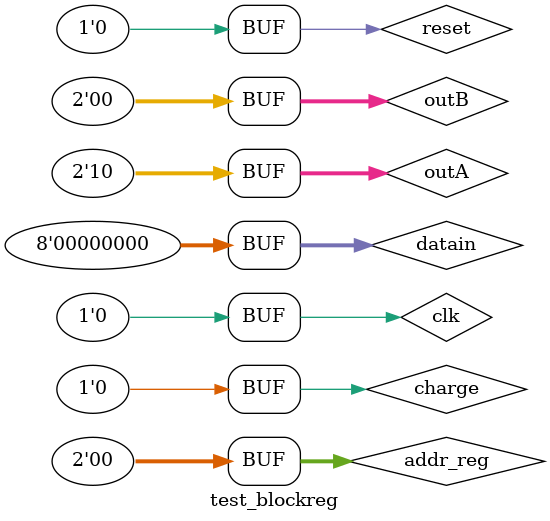
<source format=v>
module test_blockreg;
   reg clk, reset, charge;
   reg [1:0] addr_reg, outA, outB;
   reg [7:0] datain;

   wire [7:0] dataoutA, dataoutB;
   wire       error;

   blockreg blockreg(clk, reset, charge, addr_reg, outA, outB, datain, dataoutA, dataoutB, error);

   initial
     begin
	$dumpfile("build/memory/signal/signal_Dflipflop.vcd");
	$dumpvars;
	$display("\t\ttime, \tclk, \treset, \tcharge, \taddr_reg, \toutA, \toutB, \tdatain, \tdataoutA, \tdataoutB, \terror);");
	$monitor("%d \t%b \t%b \t%b \t\t%d \t\t%d \t%d \t%d \t\t%d \t\t%d \t\t%d",
		 $time, clk, reset, charge, addr_reg, outA, outB, datain, dataoutA, dataoutB, error);

	clk = 0;
	reset = 1;
	charge = 0;
	outA = 0;
	outB = 0;
	addr_reg = 0;
	datain = 0;
	#100;
	reset = 0;
	datain = 7;
	addr_reg = 2;
	charge = 1;
	#100;
	clk = 1;
	#100;
	clk = 0;
	charge = 0;
	outA = 2;
	addr_reg = 0;
	datain = 0;
	#100;
	clk = 1;
	#100;
	clk = 0;
     end
endmodule // test_blockreg

</source>
